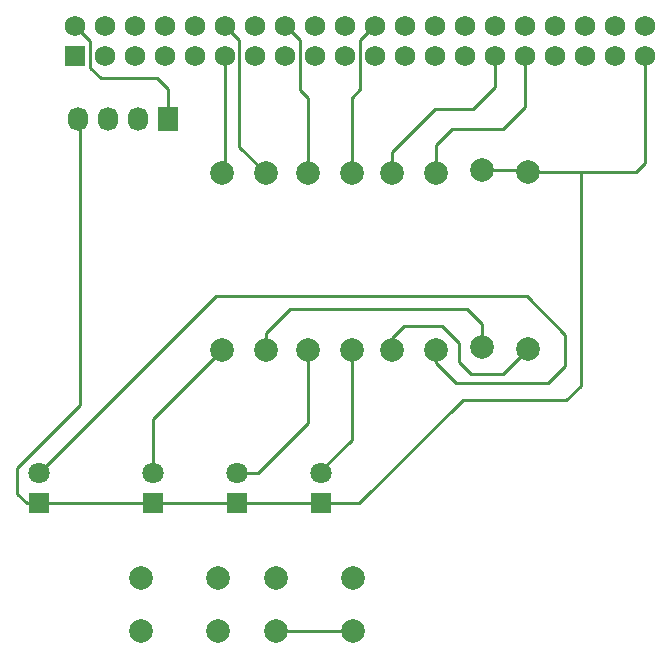
<source format=gbr>
G04 #@! TF.FileFunction,Copper,L1,Top,Signal*
%FSLAX46Y46*%
G04 Gerber Fmt 4.6, Leading zero omitted, Abs format (unit mm)*
G04 Created by KiCad (PCBNEW 4.0.6) date Monday 17 April 2017 17:24:00*
%MOMM*%
%LPD*%
G01*
G04 APERTURE LIST*
%ADD10C,0.100000*%
%ADD11C,1.727200*%
%ADD12R,1.727200X1.727200*%
%ADD13C,1.998980*%
%ADD14C,2.000000*%
%ADD15R,1.800000X1.800000*%
%ADD16C,1.800000*%
%ADD17R,1.727200X2.032000*%
%ADD18O,1.727200X2.032000*%
%ADD19C,0.250000*%
G04 APERTURE END LIST*
D10*
D11*
X64250000Y-32702000D03*
X61710000Y-32702000D03*
X66790000Y-32702000D03*
X69330000Y-32702000D03*
X79490000Y-32702000D03*
X76950000Y-32702000D03*
X71870000Y-32702000D03*
X74410000Y-32702000D03*
X82030000Y-32702000D03*
X84570000Y-32702000D03*
X59170000Y-32702000D03*
X56630000Y-32702000D03*
X49010000Y-32702000D03*
X46470000Y-32702000D03*
X51550000Y-32702000D03*
X54090000Y-32702000D03*
X43930000Y-32702000D03*
X41390000Y-32702000D03*
D12*
X36310000Y-32702000D03*
D11*
X38850000Y-32702000D03*
X38850000Y-30162000D03*
X36310000Y-30162000D03*
X41390000Y-30162000D03*
X43930000Y-30162000D03*
X54090000Y-30162000D03*
X51550000Y-30162000D03*
X46470000Y-30162000D03*
X49010000Y-30162000D03*
X56630000Y-30162000D03*
X59170000Y-30162000D03*
X84570000Y-30162000D03*
X82030000Y-30162000D03*
X74410000Y-30162000D03*
X71870000Y-30162000D03*
X76950000Y-30162000D03*
X79490000Y-30162000D03*
X69330000Y-30162000D03*
X66790000Y-30162000D03*
X61710000Y-30162000D03*
X64250000Y-30162000D03*
D13*
X74676000Y-57531000D03*
X74676000Y-42531000D03*
X63182500Y-42672000D03*
X63182500Y-57672000D03*
X66865500Y-42608500D03*
X66865500Y-57608500D03*
X48768000Y-42672000D03*
X48768000Y-57672000D03*
D14*
X41910000Y-81462000D03*
X41910000Y-76962000D03*
X48410000Y-81462000D03*
X48410000Y-76962000D03*
X53340000Y-81462000D03*
X53340000Y-76962000D03*
X59840000Y-81462000D03*
X59840000Y-76962000D03*
D15*
X33274000Y-70612000D03*
D16*
X33274000Y-68072000D03*
D13*
X56070500Y-42672000D03*
X56070500Y-57672000D03*
D15*
X42926000Y-70612000D03*
D16*
X42926000Y-68072000D03*
D15*
X50038000Y-70612000D03*
D16*
X50038000Y-68072000D03*
D15*
X57150000Y-70612000D03*
D16*
X57150000Y-68072000D03*
D13*
X70739000Y-57404000D03*
X70739000Y-42404000D03*
X59753500Y-42608500D03*
X59753500Y-57608500D03*
X52451000Y-42672000D03*
X52451000Y-57672000D03*
D17*
X44196000Y-38100000D03*
D18*
X41656000Y-38100000D03*
X39116000Y-38100000D03*
X36576000Y-38100000D03*
D19*
X36310000Y-30162000D02*
X36321500Y-30162000D01*
X36321500Y-30162000D02*
X37592000Y-31432500D01*
X37592000Y-31432500D02*
X37592000Y-33718500D01*
X37592000Y-33718500D02*
X38481000Y-34607500D01*
X38481000Y-34607500D02*
X43243500Y-34607500D01*
X43243500Y-34607500D02*
X44196000Y-35560000D01*
X44196000Y-35560000D02*
X44196000Y-38100000D01*
X74676000Y-42531000D02*
X74741000Y-42531000D01*
X70739000Y-42404000D02*
X74549000Y-42404000D01*
X74549000Y-42404000D02*
X74676000Y-42531000D01*
X33274000Y-70612000D02*
X32258000Y-70612000D01*
X36766500Y-62293500D02*
X36766500Y-38290500D01*
X31432500Y-67627500D02*
X36766500Y-62293500D01*
X31432500Y-69786500D02*
X31432500Y-67627500D01*
X32258000Y-70612000D02*
X31432500Y-69786500D01*
X36766500Y-38290500D02*
X36576000Y-38100000D01*
X57150000Y-70612000D02*
X60388500Y-70612000D01*
X79121000Y-60642500D02*
X79121000Y-42608500D01*
X77914500Y-61849000D02*
X79121000Y-60642500D01*
X69151500Y-61849000D02*
X77914500Y-61849000D01*
X60388500Y-70612000D02*
X69151500Y-61849000D01*
X57150000Y-70612000D02*
X50038000Y-70612000D01*
X50038000Y-70612000D02*
X42926000Y-70612000D01*
X42926000Y-70612000D02*
X33274000Y-70612000D01*
X70739000Y-42404000D02*
X70739000Y-43243500D01*
X74549000Y-42404000D02*
X74676000Y-42531000D01*
X74676000Y-42531000D02*
X83834000Y-42531000D01*
X84570000Y-41795000D02*
X84570000Y-32702000D01*
X83834000Y-42531000D02*
X84570000Y-41795000D01*
X63182500Y-42672000D02*
X63182500Y-40830500D01*
X71870000Y-35381500D02*
X71870000Y-32702000D01*
X70040500Y-37211000D02*
X71870000Y-35381500D01*
X66802000Y-37211000D02*
X70040500Y-37211000D01*
X63182500Y-40830500D02*
X66802000Y-37211000D01*
X49010000Y-30162000D02*
X49021500Y-30162000D01*
X49021500Y-30162000D02*
X50228500Y-31369000D01*
X50228500Y-31369000D02*
X50228500Y-40449500D01*
X50228500Y-40449500D02*
X52451000Y-42672000D01*
X48410000Y-81462000D02*
X48387000Y-81407000D01*
X63182500Y-57672000D02*
X63182500Y-56578500D01*
X72580500Y-59626500D02*
X74676000Y-57531000D01*
X69850000Y-59626500D02*
X72580500Y-59626500D01*
X68834000Y-58610500D02*
X69850000Y-59626500D01*
X68834000Y-57023000D02*
X68834000Y-58610500D01*
X67373500Y-55562500D02*
X68834000Y-57023000D01*
X64198500Y-55562500D02*
X67373500Y-55562500D01*
X63182500Y-56578500D02*
X64198500Y-55562500D01*
X66865500Y-57608500D02*
X66865500Y-58737500D01*
X48260000Y-53086000D02*
X33274000Y-68072000D01*
X74549000Y-53086000D02*
X48260000Y-53086000D01*
X77787500Y-56324500D02*
X74549000Y-53086000D01*
X77787500Y-58991500D02*
X77787500Y-56324500D01*
X76327000Y-60452000D02*
X77787500Y-58991500D01*
X68580000Y-60452000D02*
X76327000Y-60452000D01*
X66865500Y-58737500D02*
X68580000Y-60452000D01*
X66865500Y-42608500D02*
X66865500Y-40259000D01*
X74410000Y-37032500D02*
X74410000Y-32702000D01*
X72517000Y-38925500D02*
X74410000Y-37032500D01*
X68199000Y-38925500D02*
X72517000Y-38925500D01*
X66865500Y-40259000D02*
X68199000Y-38925500D01*
X42926000Y-68072000D02*
X42926000Y-63514000D01*
X42926000Y-63514000D02*
X48768000Y-57672000D01*
X50038000Y-68072000D02*
X51816000Y-68072000D01*
X56070500Y-63817500D02*
X56070500Y-57672000D01*
X51816000Y-68072000D02*
X56070500Y-63817500D01*
X57150000Y-68072000D02*
X57150000Y-67818000D01*
X57150000Y-67818000D02*
X59753500Y-65214500D01*
X59753500Y-65214500D02*
X59753500Y-57608500D01*
X49010000Y-32702000D02*
X49010000Y-42430000D01*
X49010000Y-42430000D02*
X48768000Y-42672000D01*
X54090000Y-30162000D02*
X54165000Y-30162000D01*
X54165000Y-30162000D02*
X55372000Y-31369000D01*
X55372000Y-31369000D02*
X55372000Y-35623500D01*
X55372000Y-35623500D02*
X56070500Y-36322000D01*
X56070500Y-36322000D02*
X56070500Y-42672000D01*
X61710000Y-30162000D02*
X61659000Y-30162000D01*
X61659000Y-30162000D02*
X60452000Y-31369000D01*
X60452000Y-31369000D02*
X60452000Y-35560000D01*
X60452000Y-35560000D02*
X59753500Y-36258500D01*
X59753500Y-36258500D02*
X59753500Y-42608500D01*
X53340000Y-81462000D02*
X59840000Y-81462000D01*
X52451000Y-57672000D02*
X52451000Y-56197500D01*
X52451000Y-56197500D02*
X54483000Y-54165500D01*
X54483000Y-54165500D02*
X69469000Y-54165500D01*
X69469000Y-54165500D02*
X70739000Y-55435500D01*
X70739000Y-55435500D02*
X70739000Y-57404000D01*
M02*

</source>
